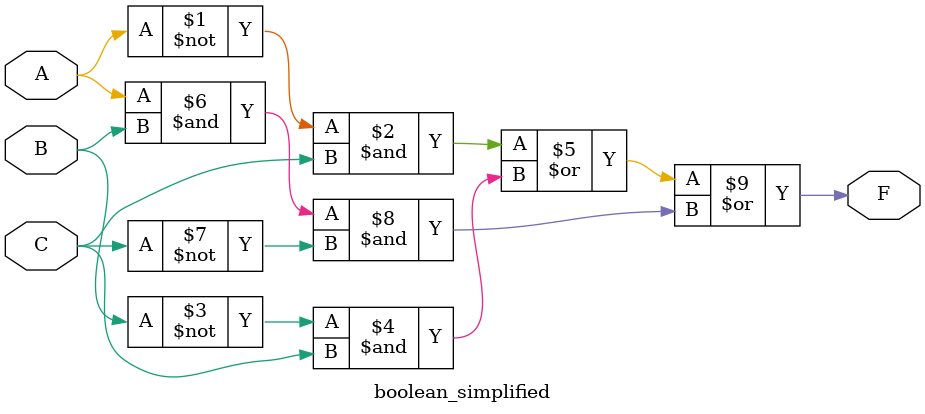
<source format=v>
module boolean_simplified (
    input  A,
    input  B,
    input  C,
    output F
);

    assign F = (~A & C) | (~B & C) | (A & B & ~C);

endmodule

</source>
